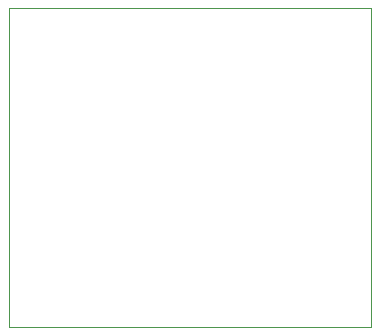
<source format=gbr>
%TF.GenerationSoftware,KiCad,Pcbnew,(5.1.8)-1*%
%TF.CreationDate,2020-12-30T02:41:07+02:00*%
%TF.ProjectId,LNA_434_MHz,4c4e415f-3433-4345-9f4d-487a2e6b6963,rev?*%
%TF.SameCoordinates,Original*%
%TF.FileFunction,Profile,NP*%
%FSLAX46Y46*%
G04 Gerber Fmt 4.6, Leading zero omitted, Abs format (unit mm)*
G04 Created by KiCad (PCBNEW (5.1.8)-1) date 2020-12-30 02:41:07*
%MOMM*%
%LPD*%
G01*
G04 APERTURE LIST*
%TA.AperFunction,Profile*%
%ADD10C,0.050000*%
%TD*%
G04 APERTURE END LIST*
D10*
X102600000Y-144200000D02*
X133250000Y-144200000D01*
X102600000Y-117200000D02*
X102600000Y-144200000D01*
X133250000Y-117200000D02*
X102600000Y-117200000D01*
X133250000Y-144200000D02*
X133250000Y-117200000D01*
M02*

</source>
